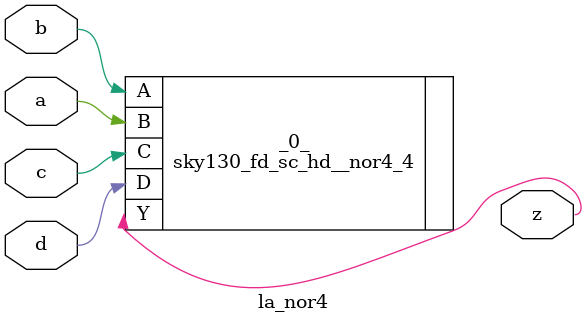
<source format=v>

/* Generated by Yosys 0.44 (git sha1 80ba43d26, g++ 11.4.0-1ubuntu1~22.04 -fPIC -O3) */

(* top =  1  *)
(* src = "generated" *)
(* keep_hierarchy *)
module la_nor4 (
    a,
    b,
    c,
    d,
    z
);
  (* src = "generated" *)
  input a;
  wire a;
  (* src = "generated" *)
  input b;
  wire b;
  (* src = "generated" *)
  input c;
  wire c;
  (* src = "generated" *)
  input d;
  wire d;
  (* src = "generated" *)
  output z;
  wire z;
  sky130_fd_sc_hd__nor4_4 _0_ (
      .A(b),
      .B(a),
      .C(c),
      .D(d),
      .Y(z)
  );
endmodule

</source>
